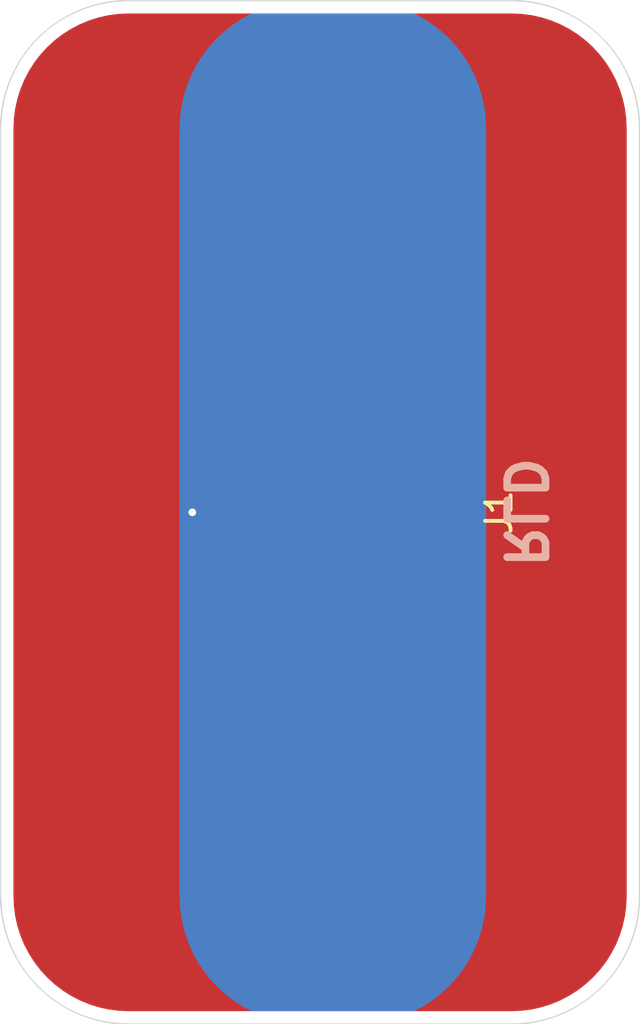
<source format=kicad_pcb>
(kicad_pcb (version 20240108) (generator "pcbnew") (generator_version "8.0")
  (layers (0 "F.Cu" signal) (31 "B.Cu" signal) (34 "B.Paste" user) (35 "F.Paste" user) (36 "B.SilkS" user "B.Silkscreen") (37 "F.SilkS" user "F.Silkscreen") (38 "B.Mask" user) (39 "F.Mask" user) (44 "Edge.Cuts" user))
  (net 0 "")
  (net 1 "ref")
  (footprint "Connector_Wire:SolderWirePad_1x01_SMD_5x10mm" (layer "F.Cu") (at 134 74 90)
    (property "Reference" "J1" (at 0 6.5 -90) (layer "F.SilkS"))
    (property "Value" "Conn_01x01_Pin")
    (pad "1" smd rect (at 0 0 90) (size 5 10) (layers "F.Cu" "F.Paste" "F.Mask") (net 1 "ref"))
  )
  (gr_line (start 141 54) (end 126 54) (stroke (width 0.05)) (layer "Edge.Cuts"))
  (gr_line (start 146 89) (end 146 59) (stroke (width 0.05)) (layer "Edge.Cuts"))
  (gr_arc (start 146 89) (mid 144.535534 92.535534) (end 141 94) (stroke (width 0.05)) (layer "Edge.Cuts"))
  (gr_line (start 121 59) (end 121 89) (stroke (width 0.05)) (layer "Edge.Cuts"))
  (gr_arc (start 121 59) (mid 122.464466 55.464466) (end 126 54) (stroke (width 0.05)) (layer "Edge.Cuts"))
  (gr_arc (start 141 54) (mid 144.535534 55.464466) (end 146 59) (stroke (width 0.05)) (layer "Edge.Cuts"))
  (gr_arc (start 126 94) (mid 122.464466 92.535534) (end 121 89) (stroke (width 0.05)) (layer "Edge.Cuts"))
  (gr_line (start 126 94) (end 141 94) (stroke (width 0.05)) (layer "Edge.Cuts"))
  (gr_text "RLD\n" (at 141.5 74 -90) (layer "B.SilkS") (effects (font (size 1.5 1.5) (thickness 0.3) (bold yes)) (justify mirror)))
  (segment (start 128.5 74) (end 134 74) (width 0.6) (layer "F.Cu") (net 1))
  (via (at 128.5 74) (size 0.6) (drill 0.3) (layers "F.Cu" "B.Cu") (net 1))
  (segment (start 128.5 74) (end 134.7 74) (width 0.1) (layer "B.Cu") (net 1))
  (segment (start 134.7 74) (end 135.1 73.6) (width 0.1) (layer "B.Cu") (net 1))
  (segment (start 135.1 73.6) (end 137.1 73.6) (width 0.1) (layer "B.Cu") (net 1))
  (zone (net 1) (net_name "ref") (layer "F.Cu") (connect_pads (clearance 0.5)) (min_thickness 0.25) (fill yes (thermal_gap 0.5) (thermal_bridge_width 0.5))
    (polygon (pts (xy 121 54) (xy 121 94) (xy 146 94) (xy 146 54)))
  )
  (zone (net 1) (net_name "ref") (layer "B.Cu") (priority 9) (connect_pads (clearance 0)) (min_thickness 0.25) (fill yes (thermal_gap 0.5) (thermal_bridge_width 0.5) (smoothing fillet) (radius 5))
    (polygon (pts (xy 128 54) (xy 128 94) (xy 140 94) (xy 140 54)))
  )
)
</source>
